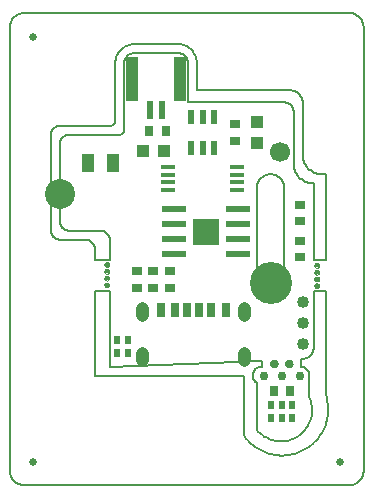
<source format=gts>
G75*
G70*
%OFA0B0*%
%FSLAX24Y24*%
%IPPOS*%
%LPD*%
%AMOC8*
5,1,8,0,0,1.08239X$1,22.5*
%
%ADD10C,0.0050*%
%ADD11C,0.0000*%
%ADD12C,0.0250*%
%ADD13C,0.0160*%
%ADD14R,0.0433X0.0630*%
%ADD15R,0.0433X0.0394*%
%ADD16R,0.0394X0.0433*%
%ADD17R,0.0354X0.0250*%
%ADD18R,0.0250X0.0354*%
%ADD19R,0.0810X0.0240*%
%ADD20R,0.0900X0.0900*%
%ADD21R,0.0217X0.0472*%
%ADD22R,0.0472X0.0138*%
%ADD23R,0.0315X0.0472*%
%ADD24R,0.0250X0.0472*%
%ADD25C,0.0004*%
%ADD26C,0.0433*%
%ADD27C,0.0400*%
%ADD28C,0.0300*%
%ADD29R,0.0236X0.0600*%
%ADD30R,0.0400X0.1450*%
%ADD31R,0.0236X0.0315*%
%ADD32C,0.1000*%
%ADD33C,0.1400*%
%ADD34C,0.0669*%
D10*
X000500Y001000D02*
X000500Y015750D01*
X000502Y015794D01*
X000508Y015837D01*
X000517Y015879D01*
X000530Y015921D01*
X000547Y015961D01*
X000567Y016000D01*
X000590Y016037D01*
X000617Y016071D01*
X000646Y016104D01*
X000679Y016133D01*
X000713Y016160D01*
X000750Y016183D01*
X000789Y016203D01*
X000829Y016220D01*
X000871Y016233D01*
X000913Y016242D01*
X000956Y016248D01*
X001000Y016250D01*
X011800Y016250D01*
X011844Y016248D01*
X011887Y016242D01*
X011929Y016233D01*
X011971Y016220D01*
X012011Y016203D01*
X012050Y016183D01*
X012087Y016160D01*
X012121Y016133D01*
X012154Y016104D01*
X012183Y016071D01*
X012210Y016037D01*
X012233Y016000D01*
X012253Y015961D01*
X012270Y015921D01*
X012283Y015879D01*
X012292Y015837D01*
X012298Y015794D01*
X012300Y015750D01*
X012300Y001000D01*
X012298Y000956D01*
X012292Y000913D01*
X012283Y000871D01*
X012270Y000829D01*
X012253Y000789D01*
X012233Y000750D01*
X012210Y000713D01*
X012183Y000679D01*
X012154Y000646D01*
X012121Y000617D01*
X012087Y000590D01*
X012050Y000567D01*
X012011Y000547D01*
X011971Y000530D01*
X011929Y000517D01*
X011887Y000508D01*
X011844Y000502D01*
X011800Y000500D01*
X001000Y000500D01*
X000956Y000502D01*
X000913Y000508D01*
X000871Y000517D01*
X000829Y000530D01*
X000789Y000547D01*
X000750Y000567D01*
X000713Y000590D01*
X000679Y000617D01*
X000646Y000646D01*
X000617Y000679D01*
X000590Y000713D01*
X000567Y000750D01*
X000547Y000789D01*
X000530Y000829D01*
X000517Y000871D01*
X000508Y000913D01*
X000502Y000956D01*
X000500Y001000D01*
X003336Y004163D02*
X008300Y004163D01*
X008300Y002187D01*
X008750Y002337D02*
X008750Y003912D01*
X008749Y003912D02*
X008721Y003931D01*
X008695Y003952D01*
X008672Y003976D01*
X008652Y004003D01*
X008635Y004032D01*
X008621Y004063D01*
X008611Y004095D01*
X008605Y004128D01*
X008602Y004161D01*
X008603Y004195D01*
X008608Y004228D01*
X008617Y004260D01*
X008629Y004292D01*
X008645Y004321D01*
X008664Y004349D01*
X008686Y004374D01*
X008710Y004397D01*
X008738Y004417D01*
X008767Y004433D01*
X008798Y004446D01*
X008830Y004456D01*
X008863Y004462D01*
X008896Y004464D01*
X008896Y004463D02*
X008896Y004650D01*
X003836Y004463D01*
X003836Y006988D01*
X003336Y006988D01*
X003336Y004163D01*
X003336Y008022D02*
X003836Y008022D01*
X003836Y008715D01*
X003830Y008748D01*
X003821Y008780D01*
X003808Y008811D01*
X003792Y008840D01*
X003774Y008867D01*
X003752Y008893D01*
X003728Y008916D01*
X003702Y008936D01*
X003674Y008954D01*
X003644Y008968D01*
X003613Y008979D01*
X003581Y008987D01*
X003548Y008992D01*
X003515Y008993D01*
X003482Y008991D01*
X003481Y008991D02*
X002487Y008991D01*
X002454Y008993D01*
X002422Y008998D01*
X002390Y009006D01*
X002359Y009018D01*
X002330Y009033D01*
X002302Y009051D01*
X002276Y009072D01*
X002253Y009095D01*
X002232Y009121D01*
X002214Y009148D01*
X002199Y009178D01*
X002187Y009209D01*
X002179Y009241D01*
X002174Y009273D01*
X002172Y009306D01*
X002172Y011879D01*
X001872Y012179D02*
X001874Y012212D01*
X001879Y012244D01*
X001887Y012276D01*
X001899Y012307D01*
X001914Y012336D01*
X001932Y012364D01*
X001953Y012390D01*
X001976Y012413D01*
X002002Y012434D01*
X002030Y012452D01*
X002059Y012467D01*
X002090Y012479D01*
X002122Y012487D01*
X002154Y012492D01*
X002187Y012494D01*
X003877Y012494D01*
X003901Y012499D01*
X003925Y012508D01*
X003946Y012520D01*
X003966Y012535D01*
X003984Y012552D01*
X003999Y012572D01*
X004010Y012594D01*
X004019Y012617D01*
X004024Y012642D01*
X004026Y012666D01*
X004024Y012691D01*
X004024Y014600D01*
X004324Y014600D02*
X004324Y012391D01*
X004326Y012366D01*
X004324Y012342D01*
X004319Y012317D01*
X004310Y012294D01*
X004299Y012272D01*
X004284Y012252D01*
X004266Y012235D01*
X004246Y012220D01*
X004225Y012208D01*
X004201Y012199D01*
X004177Y012194D01*
X002487Y012194D01*
X002454Y012192D01*
X002422Y012187D01*
X002390Y012179D01*
X002359Y012167D01*
X002330Y012152D01*
X002302Y012134D01*
X002276Y012113D01*
X002253Y012090D01*
X002232Y012064D01*
X002214Y012036D01*
X002199Y012007D01*
X002187Y011976D01*
X002179Y011944D01*
X002174Y011912D01*
X002172Y011879D01*
X001872Y012179D02*
X001872Y009006D01*
X001874Y008973D01*
X001879Y008941D01*
X001887Y008909D01*
X001899Y008878D01*
X001914Y008848D01*
X001932Y008821D01*
X001953Y008795D01*
X001976Y008772D01*
X002002Y008751D01*
X002030Y008733D01*
X002059Y008718D01*
X002090Y008706D01*
X002122Y008698D01*
X002154Y008693D01*
X002187Y008691D01*
X002981Y008691D01*
X002982Y008691D02*
X003015Y008693D01*
X003048Y008692D01*
X003081Y008687D01*
X003113Y008679D01*
X003144Y008668D01*
X003174Y008654D01*
X003202Y008636D01*
X003228Y008616D01*
X003252Y008593D01*
X003274Y008567D01*
X003292Y008540D01*
X003308Y008511D01*
X003321Y008480D01*
X003330Y008448D01*
X003336Y008415D01*
X003336Y008022D01*
X006436Y013273D02*
X006436Y014600D01*
X006736Y014600D02*
X006732Y014650D01*
X006724Y014700D01*
X006712Y014749D01*
X006696Y014796D01*
X006677Y014843D01*
X006654Y014888D01*
X006628Y014930D01*
X006599Y014971D01*
X006566Y015009D01*
X006531Y015045D01*
X006492Y015078D01*
X006452Y015107D01*
X006409Y015133D01*
X006364Y015156D01*
X006318Y015175D01*
X006270Y015191D01*
X006221Y015203D01*
X006171Y015211D01*
X006121Y015215D01*
X006071Y015215D01*
X004689Y015215D01*
X004689Y014915D02*
X006071Y014915D01*
X006107Y014916D01*
X006142Y014913D01*
X006177Y014906D01*
X006211Y014896D01*
X006244Y014882D01*
X006276Y014865D01*
X006305Y014844D01*
X006332Y014821D01*
X006356Y014795D01*
X006378Y014767D01*
X006397Y014736D01*
X006412Y014704D01*
X006423Y014670D01*
X006432Y014635D01*
X006436Y014600D01*
X006736Y014600D02*
X006736Y013673D01*
X009855Y013673D01*
X009655Y013273D02*
X006436Y013273D01*
X004689Y015215D02*
X004641Y015215D01*
X004593Y015211D01*
X004546Y015204D01*
X004499Y015193D01*
X004454Y015179D01*
X004409Y015162D01*
X004366Y015141D01*
X004324Y015117D01*
X004285Y015091D01*
X004247Y015061D01*
X004212Y015028D01*
X004180Y014993D01*
X004150Y014956D01*
X004123Y014916D01*
X004099Y014875D01*
X004078Y014832D01*
X004060Y014787D01*
X004046Y014742D01*
X004035Y014695D01*
X004028Y014648D01*
X004024Y014600D01*
X004324Y014600D02*
X004328Y014635D01*
X004337Y014670D01*
X004348Y014704D01*
X004363Y014736D01*
X004382Y014767D01*
X004404Y014795D01*
X004428Y014821D01*
X004455Y014844D01*
X004484Y014865D01*
X004516Y014882D01*
X004549Y014896D01*
X004583Y014906D01*
X004618Y014913D01*
X004653Y014916D01*
X004689Y014915D01*
X008741Y010413D02*
X008741Y007703D01*
X008743Y007662D01*
X008748Y007622D01*
X008757Y007582D01*
X008770Y007543D01*
X008786Y007506D01*
X008805Y007470D01*
X008828Y007436D01*
X008853Y007404D01*
X008882Y007374D01*
X008912Y007347D01*
X008945Y007323D01*
X008980Y007302D01*
X009017Y007285D01*
X009055Y007270D01*
X009095Y007259D01*
X009135Y007252D01*
X009176Y007248D01*
X009216Y007248D01*
X009257Y007252D01*
X009297Y007259D01*
X009337Y007270D01*
X009375Y007285D01*
X009412Y007302D01*
X009447Y007323D01*
X009480Y007347D01*
X009510Y007374D01*
X009539Y007404D01*
X009564Y007436D01*
X009587Y007470D01*
X009606Y007506D01*
X009622Y007543D01*
X009635Y007582D01*
X009644Y007622D01*
X009649Y007662D01*
X009651Y007703D01*
X009651Y010413D01*
X009649Y010454D01*
X009644Y010494D01*
X009635Y010534D01*
X009622Y010573D01*
X009606Y010610D01*
X009587Y010646D01*
X009564Y010680D01*
X009539Y010712D01*
X009510Y010742D01*
X009480Y010769D01*
X009447Y010793D01*
X009412Y010814D01*
X009375Y010831D01*
X009337Y010846D01*
X009297Y010857D01*
X009257Y010864D01*
X009216Y010868D01*
X009176Y010868D01*
X009135Y010864D01*
X009095Y010857D01*
X009055Y010846D01*
X009017Y010831D01*
X008980Y010814D01*
X008945Y010793D01*
X008912Y010769D01*
X008882Y010742D01*
X008853Y010712D01*
X008828Y010680D01*
X008805Y010646D01*
X008786Y010610D01*
X008770Y010573D01*
X008757Y010534D01*
X008748Y010494D01*
X008743Y010454D01*
X008741Y010413D01*
X009970Y011199D02*
X009970Y012919D01*
X010270Y013218D02*
X010270Y013258D01*
X010266Y013299D01*
X010258Y013338D01*
X010247Y013377D01*
X010233Y013414D01*
X010215Y013450D01*
X010194Y013484D01*
X010169Y013516D01*
X010142Y013546D01*
X010113Y013573D01*
X010080Y013597D01*
X010046Y013618D01*
X010010Y013636D01*
X009973Y013651D01*
X009934Y013662D01*
X009895Y013669D01*
X009855Y013673D01*
X010270Y013219D02*
X010270Y011499D01*
X009970Y011199D02*
X009974Y011151D01*
X009980Y011103D01*
X009991Y011055D01*
X010005Y011009D01*
X010022Y010963D01*
X010043Y010919D01*
X010067Y010877D01*
X010094Y010837D01*
X010124Y010799D01*
X010157Y010763D01*
X010193Y010729D01*
X010230Y010699D01*
X010270Y010671D01*
X010312Y010646D01*
X010356Y010625D01*
X010401Y010607D01*
X010447Y010592D01*
X010495Y010581D01*
X010543Y010574D01*
X010591Y010570D01*
X010640Y010569D01*
X010639Y010569D02*
X010639Y008022D01*
X011039Y008022D01*
X011039Y010869D01*
X010939Y010869D01*
X010940Y010869D02*
X010891Y010870D01*
X010843Y010874D01*
X010795Y010881D01*
X010747Y010892D01*
X010701Y010907D01*
X010656Y010925D01*
X010612Y010946D01*
X010570Y010971D01*
X010530Y010999D01*
X010493Y011029D01*
X010457Y011063D01*
X010424Y011099D01*
X010394Y011137D01*
X010367Y011177D01*
X010343Y011219D01*
X010322Y011263D01*
X010305Y011309D01*
X010291Y011355D01*
X010280Y011403D01*
X010274Y011451D01*
X010270Y011499D01*
X009969Y012918D02*
X009970Y012953D01*
X009966Y012988D01*
X009959Y013023D01*
X009949Y013056D01*
X009934Y013088D01*
X009917Y013119D01*
X009897Y013147D01*
X009873Y013173D01*
X009847Y013197D01*
X009819Y013218D01*
X009789Y013236D01*
X009757Y013250D01*
X009724Y013261D01*
X009690Y013269D01*
X009655Y013272D01*
X010639Y006988D02*
X011039Y006988D01*
X011039Y003511D01*
X010482Y003440D02*
X010482Y004148D01*
X010483Y004181D01*
X010480Y004213D01*
X010474Y004245D01*
X010464Y004276D01*
X010451Y004306D01*
X010434Y004334D01*
X010415Y004360D01*
X010392Y004384D01*
X010367Y004405D01*
X010340Y004423D01*
X010311Y004438D01*
X010281Y004450D01*
X010249Y004458D01*
X010217Y004463D01*
X010217Y004718D01*
X010246Y004718D01*
X010246Y004717D02*
X010285Y004719D01*
X010323Y004725D01*
X010360Y004734D01*
X010397Y004747D01*
X010432Y004764D01*
X010465Y004783D01*
X010496Y004806D01*
X010525Y004832D01*
X010551Y004861D01*
X010574Y004892D01*
X010593Y004925D01*
X010610Y004960D01*
X010623Y004997D01*
X010632Y005034D01*
X010638Y005072D01*
X010640Y005111D01*
X010639Y005111D02*
X010639Y006988D01*
X011039Y003512D02*
X011062Y003438D01*
X011081Y003362D01*
X011095Y003286D01*
X011106Y003209D01*
X011114Y003132D01*
X011117Y003055D01*
X011116Y002977D01*
X011111Y002900D01*
X011103Y002823D01*
X011091Y002746D01*
X011074Y002670D01*
X011054Y002595D01*
X011030Y002522D01*
X011003Y002449D01*
X010972Y002378D01*
X010937Y002309D01*
X010899Y002241D01*
X010857Y002176D01*
X010813Y002112D01*
X010765Y002052D01*
X010714Y001993D01*
X010660Y001937D01*
X010603Y001884D01*
X010544Y001834D01*
X010483Y001787D01*
X010419Y001743D01*
X010353Y001702D01*
X010285Y001665D01*
X010215Y001631D01*
X010143Y001601D01*
X010070Y001575D01*
X009996Y001552D01*
X009921Y001533D01*
X009845Y001518D01*
X009768Y001506D01*
X009691Y001499D01*
X009614Y001495D01*
X009536Y001496D01*
X009459Y001500D01*
X009382Y001508D01*
X009305Y001520D01*
X009229Y001536D01*
X009154Y001556D01*
X009080Y001579D01*
X009008Y001606D01*
X008937Y001637D01*
X008867Y001672D01*
X008799Y001710D01*
X008734Y001751D01*
X008670Y001795D01*
X008609Y001843D01*
X008550Y001893D01*
X008494Y001947D01*
X008441Y002003D01*
X008390Y002062D01*
X008343Y002124D01*
X008299Y002187D01*
X008749Y002337D02*
X008791Y002290D01*
X008836Y002245D01*
X008884Y002204D01*
X008934Y002165D01*
X008987Y002129D01*
X009041Y002097D01*
X009098Y002068D01*
X009156Y002042D01*
X009215Y002020D01*
X009276Y002002D01*
X009338Y001987D01*
X009401Y001977D01*
X009464Y001970D01*
X009527Y001967D01*
X009591Y001968D01*
X009654Y001973D01*
X009717Y001982D01*
X009779Y001994D01*
X009840Y002011D01*
X009900Y002031D01*
X009959Y002054D01*
X010017Y002082D01*
X010072Y002112D01*
X010126Y002146D01*
X010177Y002184D01*
X010226Y002224D01*
X010272Y002267D01*
X010316Y002313D01*
X010357Y002362D01*
X010395Y002413D01*
X010429Y002466D01*
X010460Y002522D01*
X010488Y002579D01*
X010512Y002637D01*
X010533Y002697D01*
X010550Y002759D01*
X010563Y002821D01*
X010572Y002883D01*
X010577Y002947D01*
X010579Y003010D01*
X010577Y003074D01*
X010570Y003137D01*
X010560Y003199D01*
X010546Y003261D01*
X010529Y003322D01*
X010507Y003382D01*
X010482Y003440D01*
D11*
X009680Y004563D02*
X009682Y004585D01*
X009688Y004606D01*
X009697Y004625D01*
X009709Y004643D01*
X009725Y004659D01*
X009742Y004671D01*
X009762Y004680D01*
X009783Y004686D01*
X009805Y004688D01*
X009827Y004686D01*
X009848Y004680D01*
X009867Y004671D01*
X009885Y004659D01*
X009901Y004643D01*
X009913Y004625D01*
X009922Y004606D01*
X009928Y004585D01*
X009930Y004563D01*
X009928Y004541D01*
X009922Y004520D01*
X009913Y004501D01*
X009901Y004483D01*
X009885Y004467D01*
X009868Y004455D01*
X009848Y004446D01*
X009827Y004440D01*
X009805Y004438D01*
X009783Y004440D01*
X009762Y004446D01*
X009742Y004455D01*
X009725Y004467D01*
X009709Y004483D01*
X009697Y004500D01*
X009688Y004520D01*
X009682Y004541D01*
X009680Y004563D01*
X009185Y004563D02*
X009187Y004585D01*
X009193Y004606D01*
X009202Y004625D01*
X009214Y004643D01*
X009230Y004659D01*
X009247Y004671D01*
X009267Y004680D01*
X009288Y004686D01*
X009310Y004688D01*
X009332Y004686D01*
X009353Y004680D01*
X009372Y004671D01*
X009390Y004659D01*
X009406Y004643D01*
X009418Y004625D01*
X009427Y004606D01*
X009433Y004585D01*
X009435Y004563D01*
X009433Y004541D01*
X009427Y004520D01*
X009418Y004501D01*
X009406Y004483D01*
X009390Y004467D01*
X009373Y004455D01*
X009353Y004446D01*
X009332Y004440D01*
X009310Y004438D01*
X009288Y004440D01*
X009267Y004446D01*
X009247Y004455D01*
X009230Y004467D01*
X009214Y004483D01*
X009202Y004500D01*
X009193Y004520D01*
X009187Y004541D01*
X009185Y004563D01*
X010659Y007155D02*
X010661Y007172D01*
X010666Y007189D01*
X010675Y007203D01*
X010687Y007216D01*
X010702Y007226D01*
X010718Y007232D01*
X010735Y007235D01*
X010752Y007234D01*
X010769Y007229D01*
X010784Y007221D01*
X010797Y007210D01*
X010808Y007196D01*
X010815Y007181D01*
X010819Y007164D01*
X010819Y007146D01*
X010815Y007129D01*
X010808Y007114D01*
X010797Y007100D01*
X010784Y007089D01*
X010769Y007081D01*
X010752Y007076D01*
X010735Y007075D01*
X010718Y007078D01*
X010702Y007084D01*
X010687Y007094D01*
X010675Y007107D01*
X010666Y007121D01*
X010661Y007138D01*
X010659Y007155D01*
X010659Y007380D02*
X010661Y007397D01*
X010666Y007414D01*
X010675Y007428D01*
X010687Y007441D01*
X010702Y007451D01*
X010718Y007457D01*
X010735Y007460D01*
X010752Y007459D01*
X010769Y007454D01*
X010784Y007446D01*
X010797Y007435D01*
X010808Y007421D01*
X010815Y007406D01*
X010819Y007389D01*
X010819Y007371D01*
X010815Y007354D01*
X010808Y007339D01*
X010797Y007325D01*
X010784Y007314D01*
X010769Y007306D01*
X010752Y007301D01*
X010735Y007300D01*
X010718Y007303D01*
X010702Y007309D01*
X010687Y007319D01*
X010675Y007332D01*
X010666Y007346D01*
X010661Y007363D01*
X010659Y007380D01*
X010659Y007605D02*
X010661Y007622D01*
X010666Y007639D01*
X010675Y007653D01*
X010687Y007666D01*
X010702Y007676D01*
X010718Y007682D01*
X010735Y007685D01*
X010752Y007684D01*
X010769Y007679D01*
X010784Y007671D01*
X010797Y007660D01*
X010808Y007646D01*
X010815Y007631D01*
X010819Y007614D01*
X010819Y007596D01*
X010815Y007579D01*
X010808Y007564D01*
X010797Y007550D01*
X010784Y007539D01*
X010769Y007531D01*
X010752Y007526D01*
X010735Y007525D01*
X010718Y007528D01*
X010702Y007534D01*
X010687Y007544D01*
X010675Y007557D01*
X010666Y007571D01*
X010661Y007588D01*
X010659Y007605D01*
X010659Y007830D02*
X010661Y007847D01*
X010666Y007864D01*
X010675Y007878D01*
X010687Y007891D01*
X010702Y007901D01*
X010718Y007907D01*
X010735Y007910D01*
X010752Y007909D01*
X010769Y007904D01*
X010784Y007896D01*
X010797Y007885D01*
X010808Y007871D01*
X010815Y007856D01*
X010819Y007839D01*
X010819Y007821D01*
X010815Y007804D01*
X010808Y007789D01*
X010797Y007775D01*
X010784Y007764D01*
X010769Y007756D01*
X010752Y007751D01*
X010735Y007750D01*
X010718Y007753D01*
X010702Y007759D01*
X010687Y007769D01*
X010675Y007782D01*
X010666Y007796D01*
X010661Y007813D01*
X010659Y007830D01*
X003656Y007858D02*
X003658Y007875D01*
X003663Y007892D01*
X003672Y007906D01*
X003684Y007919D01*
X003699Y007929D01*
X003715Y007935D01*
X003732Y007938D01*
X003749Y007937D01*
X003766Y007932D01*
X003781Y007924D01*
X003794Y007913D01*
X003805Y007899D01*
X003812Y007884D01*
X003816Y007867D01*
X003816Y007849D01*
X003812Y007832D01*
X003805Y007817D01*
X003794Y007803D01*
X003781Y007792D01*
X003766Y007784D01*
X003749Y007779D01*
X003732Y007778D01*
X003715Y007781D01*
X003699Y007787D01*
X003684Y007797D01*
X003672Y007810D01*
X003663Y007824D01*
X003658Y007841D01*
X003656Y007858D01*
X003656Y007633D02*
X003658Y007650D01*
X003663Y007667D01*
X003672Y007681D01*
X003684Y007694D01*
X003699Y007704D01*
X003715Y007710D01*
X003732Y007713D01*
X003749Y007712D01*
X003766Y007707D01*
X003781Y007699D01*
X003794Y007688D01*
X003805Y007674D01*
X003812Y007659D01*
X003816Y007642D01*
X003816Y007624D01*
X003812Y007607D01*
X003805Y007592D01*
X003794Y007578D01*
X003781Y007567D01*
X003766Y007559D01*
X003749Y007554D01*
X003732Y007553D01*
X003715Y007556D01*
X003699Y007562D01*
X003684Y007572D01*
X003672Y007585D01*
X003663Y007599D01*
X003658Y007616D01*
X003656Y007633D01*
X003656Y007408D02*
X003658Y007425D01*
X003663Y007442D01*
X003672Y007456D01*
X003684Y007469D01*
X003699Y007479D01*
X003715Y007485D01*
X003732Y007488D01*
X003749Y007487D01*
X003766Y007482D01*
X003781Y007474D01*
X003794Y007463D01*
X003805Y007449D01*
X003812Y007434D01*
X003816Y007417D01*
X003816Y007399D01*
X003812Y007382D01*
X003805Y007367D01*
X003794Y007353D01*
X003781Y007342D01*
X003766Y007334D01*
X003749Y007329D01*
X003732Y007328D01*
X003715Y007331D01*
X003699Y007337D01*
X003684Y007347D01*
X003672Y007360D01*
X003663Y007374D01*
X003658Y007391D01*
X003656Y007408D01*
X003656Y007183D02*
X003658Y007200D01*
X003663Y007217D01*
X003672Y007231D01*
X003684Y007244D01*
X003699Y007254D01*
X003715Y007260D01*
X003732Y007263D01*
X003749Y007262D01*
X003766Y007257D01*
X003781Y007249D01*
X003794Y007238D01*
X003805Y007224D01*
X003812Y007209D01*
X003816Y007192D01*
X003816Y007174D01*
X003812Y007157D01*
X003805Y007142D01*
X003794Y007128D01*
X003781Y007117D01*
X003766Y007109D01*
X003749Y007104D01*
X003732Y007103D01*
X003715Y007106D01*
X003699Y007112D01*
X003684Y007122D01*
X003672Y007135D01*
X003663Y007149D01*
X003658Y007166D01*
X003656Y007183D01*
D12*
X001287Y001287D03*
X009310Y004563D03*
X009805Y004563D03*
X011524Y001287D03*
X001287Y015461D03*
D13*
X003736Y007858D03*
X003736Y007633D03*
X003736Y007408D03*
X003736Y007183D03*
X010739Y007155D03*
X010739Y007380D03*
X010739Y007605D03*
X010739Y007830D03*
D14*
X003946Y011243D03*
X003119Y011243D03*
D15*
X008732Y011909D03*
X008732Y012618D03*
D16*
X005639Y011663D03*
X004929Y011663D03*
D17*
X008015Y011990D03*
X008015Y012537D03*
X010182Y009854D03*
X010182Y009307D03*
X010182Y008654D03*
X010182Y008107D03*
X005832Y007637D03*
X005832Y007090D03*
X005282Y007090D03*
X005282Y007637D03*
X004732Y007637D03*
X004732Y007090D03*
D18*
X005152Y012313D03*
X005699Y012313D03*
X009296Y003663D03*
X009843Y003663D03*
D19*
X008112Y008197D03*
X008112Y008697D03*
X008112Y009197D03*
X008112Y009697D03*
X005992Y009697D03*
X005992Y009197D03*
X005992Y008697D03*
X005992Y008197D03*
D20*
X007052Y008947D03*
D21*
X006932Y011752D03*
X006558Y011752D03*
X007306Y011752D03*
X007306Y012775D03*
X006932Y012775D03*
X006558Y012775D03*
D22*
X005781Y011118D03*
X005781Y010862D03*
X005781Y010606D03*
X005781Y010350D03*
X008084Y010350D03*
X008084Y010606D03*
X008084Y010862D03*
X008084Y011118D03*
D23*
X007701Y006346D03*
X007217Y006346D03*
X006020Y006346D03*
X005536Y006346D03*
D24*
X006422Y006346D03*
X006816Y006346D03*
D25*
X008211Y006417D02*
X008211Y006173D01*
X008212Y006173D02*
X008214Y006153D01*
X008219Y006134D01*
X008228Y006116D01*
X008240Y006100D01*
X008255Y006087D01*
X008272Y006076D01*
X008290Y006069D01*
X008310Y006065D01*
X008330Y006065D01*
X008350Y006069D01*
X008368Y006076D01*
X008385Y006087D01*
X008400Y006100D01*
X008412Y006116D01*
X008421Y006134D01*
X008426Y006153D01*
X008428Y006173D01*
X008428Y006417D01*
X008426Y006437D01*
X008421Y006456D01*
X008412Y006474D01*
X008400Y006490D01*
X008385Y006503D01*
X008368Y006514D01*
X008350Y006521D01*
X008330Y006525D01*
X008310Y006525D01*
X008290Y006521D01*
X008272Y006514D01*
X008255Y006503D01*
X008240Y006490D01*
X008228Y006474D01*
X008219Y006456D01*
X008214Y006437D01*
X008212Y006417D01*
X008211Y004921D02*
X008211Y004677D01*
X008212Y004677D02*
X008214Y004657D01*
X008219Y004638D01*
X008228Y004620D01*
X008240Y004604D01*
X008255Y004591D01*
X008272Y004580D01*
X008290Y004573D01*
X008310Y004569D01*
X008330Y004569D01*
X008350Y004573D01*
X008368Y004580D01*
X008385Y004591D01*
X008400Y004604D01*
X008412Y004620D01*
X008421Y004638D01*
X008426Y004657D01*
X008428Y004677D01*
X008428Y004921D01*
X008426Y004941D01*
X008421Y004960D01*
X008412Y004978D01*
X008400Y004994D01*
X008385Y005007D01*
X008368Y005018D01*
X008350Y005025D01*
X008330Y005029D01*
X008310Y005029D01*
X008290Y005025D01*
X008272Y005018D01*
X008255Y005007D01*
X008240Y004994D01*
X008228Y004978D01*
X008219Y004960D01*
X008214Y004941D01*
X008212Y004921D01*
X005026Y004921D02*
X005026Y004677D01*
X005024Y004657D01*
X005019Y004638D01*
X005010Y004620D01*
X004998Y004604D01*
X004983Y004591D01*
X004966Y004580D01*
X004948Y004573D01*
X004928Y004569D01*
X004908Y004569D01*
X004888Y004573D01*
X004870Y004580D01*
X004853Y004591D01*
X004838Y004604D01*
X004826Y004620D01*
X004817Y004638D01*
X004812Y004657D01*
X004810Y004677D01*
X004810Y004921D01*
X004812Y004941D01*
X004817Y004960D01*
X004826Y004978D01*
X004838Y004994D01*
X004853Y005007D01*
X004870Y005018D01*
X004888Y005025D01*
X004908Y005029D01*
X004928Y005029D01*
X004948Y005025D01*
X004966Y005018D01*
X004983Y005007D01*
X004998Y004994D01*
X005010Y004978D01*
X005019Y004960D01*
X005024Y004941D01*
X005026Y004921D01*
X005026Y006173D02*
X005026Y006417D01*
X005024Y006437D01*
X005019Y006456D01*
X005010Y006474D01*
X004998Y006490D01*
X004983Y006503D01*
X004966Y006514D01*
X004948Y006521D01*
X004928Y006525D01*
X004908Y006525D01*
X004888Y006521D01*
X004870Y006514D01*
X004853Y006503D01*
X004838Y006490D01*
X004826Y006474D01*
X004817Y006456D01*
X004812Y006437D01*
X004810Y006417D01*
X004810Y006173D01*
X004812Y006153D01*
X004817Y006134D01*
X004826Y006116D01*
X004838Y006100D01*
X004853Y006087D01*
X004870Y006076D01*
X004888Y006069D01*
X004908Y006065D01*
X004928Y006065D01*
X004948Y006069D01*
X004966Y006076D01*
X004983Y006087D01*
X004998Y006100D01*
X005010Y006116D01*
X005019Y006134D01*
X005024Y006153D01*
X005026Y006173D01*
D26*
X004918Y006411D02*
X004918Y006411D01*
X004918Y006175D01*
X004918Y006175D01*
X004918Y006411D01*
X004918Y004915D02*
X004918Y004915D01*
X004918Y004679D01*
X004918Y004679D01*
X004918Y004915D01*
X008320Y004915D02*
X008320Y004915D01*
X008320Y004679D01*
X008320Y004679D01*
X008320Y004915D01*
X008320Y006411D02*
X008320Y006411D01*
X008320Y006175D01*
X008320Y006175D01*
X008320Y006411D01*
D27*
X010282Y006601D03*
X010282Y005901D03*
X010282Y005201D03*
D28*
X010170Y004163D03*
X009570Y004163D03*
X008970Y004163D03*
D29*
X005573Y013019D03*
X005179Y013019D03*
D30*
X004567Y014063D03*
X006184Y014063D03*
D31*
X004432Y005343D03*
X004082Y005343D03*
X004082Y004909D03*
X004432Y004909D03*
X009220Y003180D03*
X009570Y003180D03*
X009920Y003180D03*
X009920Y002747D03*
X009570Y002747D03*
X009220Y002747D03*
D32*
X002182Y010213D03*
D33*
X009197Y007253D03*
D34*
X009500Y011613D03*
M02*

</source>
